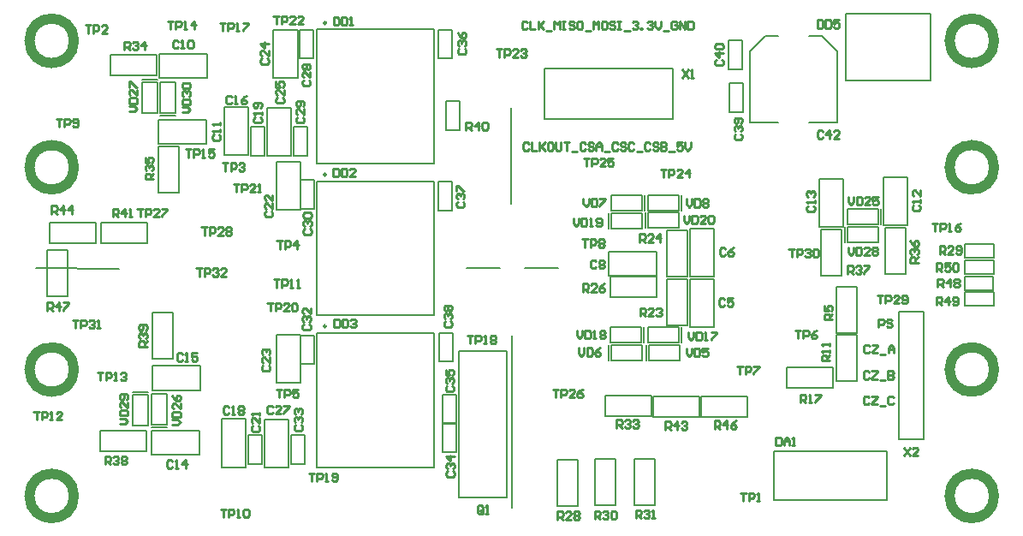
<source format=gbr>
%TF.GenerationSoftware,Altium Limited,Altium Designer,21.6.4 (81)*%
G04 Layer_Color=65535*
%FSLAX43Y43*%
%MOMM*%
%TF.SameCoordinates,F87848A5-9C76-4C60-8026-6C1C3CCCB256*%
%TF.FilePolarity,Positive*%
%TF.FileFunction,Legend,Top*%
%TF.Part,Single*%
G01*
G75*
%TA.AperFunction,NonConductor*%
%ADD27C,0.254*%
%ADD33C,1.000*%
%ADD34C,0.200*%
D27*
X30137Y19775D02*
G03*
X30137Y19775I-112J0D01*
G01*
Y49775D02*
G03*
X30137Y49775I-112J0D01*
G01*
Y34775D02*
G03*
X30137Y34775I-112J0D01*
G01*
X83845Y12712D02*
X83712Y12846D01*
X83445D01*
X83312Y12712D01*
Y12179D01*
X83445Y12046D01*
X83712D01*
X83845Y12179D01*
X84112Y12846D02*
X84645D01*
Y12712D01*
X84112Y12179D01*
Y12046D01*
X84645D01*
X84911Y11913D02*
X85445D01*
X86244Y12712D02*
X86111Y12846D01*
X85845D01*
X85711Y12712D01*
Y12179D01*
X85845Y12046D01*
X86111D01*
X86244Y12179D01*
X83845Y15224D02*
X83712Y15358D01*
X83445D01*
X83312Y15224D01*
Y14691D01*
X83445Y14558D01*
X83712D01*
X83845Y14691D01*
X84112Y15358D02*
X84645D01*
Y15224D01*
X84112Y14691D01*
Y14558D01*
X84645D01*
X84911Y14425D02*
X85445D01*
X85711Y15358D02*
Y14558D01*
X86111D01*
X86244Y14691D01*
Y14825D01*
X86111Y14958D01*
X85711D01*
X86111D01*
X86244Y15091D01*
Y15224D01*
X86111Y15358D01*
X85711D01*
X83871Y17801D02*
X83737Y17934D01*
X83471D01*
X83337Y17801D01*
Y17268D01*
X83471Y17134D01*
X83737D01*
X83871Y17268D01*
X84137Y17934D02*
X84670D01*
Y17801D01*
X84137Y17268D01*
Y17134D01*
X84670D01*
X84937Y17001D02*
X85470D01*
X85737Y17134D02*
Y17668D01*
X86003Y17934D01*
X86270Y17668D01*
Y17134D01*
Y17534D01*
X85737D01*
X84785Y19678D02*
Y20478D01*
X85185D01*
X85318Y20345D01*
Y20078D01*
X85185Y19945D01*
X84785D01*
X86118Y20345D02*
X85984Y20478D01*
X85718D01*
X85585Y20345D01*
Y20211D01*
X85718Y20078D01*
X85984D01*
X86118Y19945D01*
Y19811D01*
X85984Y19678D01*
X85718D01*
X85585Y19811D01*
X50037Y49819D02*
X49904Y49952D01*
X49637D01*
X49504Y49819D01*
Y49286D01*
X49637Y49152D01*
X49904D01*
X50037Y49286D01*
X50304Y49952D02*
Y49152D01*
X50837D01*
X51103Y49952D02*
Y49152D01*
Y49419D01*
X51637Y49952D01*
X51237Y49552D01*
X51637Y49152D01*
X51903Y49019D02*
X52436D01*
X52703Y49152D02*
Y49952D01*
X52970Y49685D01*
X53236Y49952D01*
Y49152D01*
X53503Y49952D02*
X53769D01*
X53636D01*
Y49152D01*
X53503D01*
X53769D01*
X54702Y49819D02*
X54569Y49952D01*
X54302D01*
X54169Y49819D01*
Y49685D01*
X54302Y49552D01*
X54569D01*
X54702Y49419D01*
Y49286D01*
X54569Y49152D01*
X54302D01*
X54169Y49286D01*
X55369Y49952D02*
X55102D01*
X54969Y49819D01*
Y49286D01*
X55102Y49152D01*
X55369D01*
X55502Y49286D01*
Y49819D01*
X55369Y49952D01*
X55769Y49019D02*
X56302D01*
X56568Y49152D02*
Y49952D01*
X56835Y49685D01*
X57102Y49952D01*
Y49152D01*
X57768Y49952D02*
X57501D01*
X57368Y49819D01*
Y49286D01*
X57501Y49152D01*
X57768D01*
X57901Y49286D01*
Y49819D01*
X57768Y49952D01*
X58701Y49819D02*
X58568Y49952D01*
X58301D01*
X58168Y49819D01*
Y49685D01*
X58301Y49552D01*
X58568D01*
X58701Y49419D01*
Y49286D01*
X58568Y49152D01*
X58301D01*
X58168Y49286D01*
X58968Y49952D02*
X59234D01*
X59101D01*
Y49152D01*
X58968D01*
X59234D01*
X59634Y49019D02*
X60167D01*
X60434Y49819D02*
X60567Y49952D01*
X60834D01*
X60967Y49819D01*
Y49685D01*
X60834Y49552D01*
X60700D01*
X60834D01*
X60967Y49419D01*
Y49286D01*
X60834Y49152D01*
X60567D01*
X60434Y49286D01*
X61234Y49152D02*
Y49286D01*
X61367D01*
Y49152D01*
X61234D01*
X61900Y49819D02*
X62033Y49952D01*
X62300D01*
X62433Y49819D01*
Y49685D01*
X62300Y49552D01*
X62167D01*
X62300D01*
X62433Y49419D01*
Y49286D01*
X62300Y49152D01*
X62033D01*
X61900Y49286D01*
X62700Y49952D02*
Y49419D01*
X62966Y49152D01*
X63233Y49419D01*
Y49952D01*
X63499Y49019D02*
X64033D01*
X64832Y49819D02*
X64699Y49952D01*
X64433D01*
X64299Y49819D01*
Y49286D01*
X64433Y49152D01*
X64699D01*
X64832Y49286D01*
Y49552D01*
X64566D01*
X65099Y49152D02*
Y49952D01*
X65632Y49152D01*
Y49952D01*
X65899D02*
Y49152D01*
X66299D01*
X66432Y49286D01*
Y49819D01*
X66299Y49952D01*
X65899D01*
X50187Y37839D02*
X50054Y37972D01*
X49787D01*
X49654Y37839D01*
Y37306D01*
X49787Y37172D01*
X50054D01*
X50187Y37306D01*
X50454Y37972D02*
Y37172D01*
X50987D01*
X51254Y37972D02*
Y37172D01*
Y37439D01*
X51787Y37972D01*
X51387Y37572D01*
X51787Y37172D01*
X52453Y37972D02*
X52187D01*
X52053Y37839D01*
Y37306D01*
X52187Y37172D01*
X52453D01*
X52586Y37306D01*
Y37839D01*
X52453Y37972D01*
X52853D02*
Y37306D01*
X52986Y37172D01*
X53253D01*
X53386Y37306D01*
Y37972D01*
X53653D02*
X54186D01*
X53919D01*
Y37172D01*
X54452Y37039D02*
X54986D01*
X55785Y37839D02*
X55652Y37972D01*
X55386D01*
X55252Y37839D01*
Y37306D01*
X55386Y37172D01*
X55652D01*
X55785Y37306D01*
X56585Y37839D02*
X56452Y37972D01*
X56185D01*
X56052Y37839D01*
Y37705D01*
X56185Y37572D01*
X56452D01*
X56585Y37439D01*
Y37306D01*
X56452Y37172D01*
X56185D01*
X56052Y37306D01*
X56852Y37172D02*
Y37705D01*
X57118Y37972D01*
X57385Y37705D01*
Y37172D01*
Y37572D01*
X56852D01*
X57651Y37039D02*
X58185D01*
X58984Y37839D02*
X58851Y37972D01*
X58584D01*
X58451Y37839D01*
Y37306D01*
X58584Y37172D01*
X58851D01*
X58984Y37306D01*
X59784Y37839D02*
X59651Y37972D01*
X59384D01*
X59251Y37839D01*
Y37705D01*
X59384Y37572D01*
X59651D01*
X59784Y37439D01*
Y37306D01*
X59651Y37172D01*
X59384D01*
X59251Y37306D01*
X60584Y37839D02*
X60451Y37972D01*
X60184D01*
X60051Y37839D01*
Y37306D01*
X60184Y37172D01*
X60451D01*
X60584Y37306D01*
X60850Y37039D02*
X61384D01*
X62183Y37839D02*
X62050Y37972D01*
X61783D01*
X61650Y37839D01*
Y37306D01*
X61783Y37172D01*
X62050D01*
X62183Y37306D01*
X62983Y37839D02*
X62850Y37972D01*
X62583D01*
X62450Y37839D01*
Y37705D01*
X62583Y37572D01*
X62850D01*
X62983Y37439D01*
Y37306D01*
X62850Y37172D01*
X62583D01*
X62450Y37306D01*
X63250Y37972D02*
Y37172D01*
X63650D01*
X63783Y37306D01*
Y37439D01*
X63650Y37572D01*
X63250D01*
X63650D01*
X63783Y37705D01*
Y37839D01*
X63650Y37972D01*
X63250D01*
X64049Y37039D02*
X64583D01*
X65382Y37972D02*
X64849D01*
Y37572D01*
X65116Y37705D01*
X65249D01*
X65382Y37572D01*
Y37306D01*
X65249Y37172D01*
X64982D01*
X64849Y37306D01*
X65649Y37972D02*
Y37439D01*
X65915Y37172D01*
X66182Y37439D01*
Y37972D01*
X90522Y25225D02*
Y26025D01*
X90921D01*
X91055Y25891D01*
Y25625D01*
X90921Y25492D01*
X90522D01*
X90788D02*
X91055Y25225D01*
X91854Y26025D02*
X91321D01*
Y25625D01*
X91588Y25758D01*
X91721D01*
X91854Y25625D01*
Y25358D01*
X91721Y25225D01*
X91455D01*
X91321Y25358D01*
X92121Y25891D02*
X92254Y26025D01*
X92521D01*
X92654Y25891D01*
Y25358D01*
X92521Y25225D01*
X92254D01*
X92121Y25358D01*
Y25891D01*
X90502Y21876D02*
Y22676D01*
X90902D01*
X91035Y22542D01*
Y22276D01*
X90902Y22143D01*
X90502D01*
X90769D02*
X91035Y21876D01*
X91702D02*
Y22676D01*
X91302Y22276D01*
X91835D01*
X92101Y22009D02*
X92235Y21876D01*
X92501D01*
X92635Y22009D01*
Y22542D01*
X92501Y22676D01*
X92235D01*
X92101Y22542D01*
Y22409D01*
X92235Y22276D01*
X92635D01*
X90630Y23661D02*
Y24461D01*
X91029D01*
X91163Y24328D01*
Y24061D01*
X91029Y23928D01*
X90630D01*
X90896D02*
X91163Y23661D01*
X91829D02*
Y24461D01*
X91429Y24061D01*
X91963D01*
X92229Y24328D02*
X92362Y24461D01*
X92629D01*
X92762Y24328D01*
Y24194D01*
X92629Y24061D01*
X92762Y23928D01*
Y23794D01*
X92629Y23661D01*
X92362D01*
X92229Y23794D01*
Y23928D01*
X92362Y24061D01*
X92229Y24194D01*
Y24328D01*
X92362Y24061D02*
X92629D01*
X2566Y21317D02*
Y22117D01*
X2966D01*
X3099Y21984D01*
Y21717D01*
X2966Y21584D01*
X2566D01*
X2832D02*
X3099Y21317D01*
X3765D02*
Y22117D01*
X3366Y21717D01*
X3899D01*
X4165Y22117D02*
X4699D01*
Y21984D01*
X4165Y21450D01*
Y21317D01*
X68555Y9632D02*
Y10431D01*
X68955D01*
X69088Y10298D01*
Y10031D01*
X68955Y9898D01*
X68555D01*
X68822D02*
X69088Y9632D01*
X69755D02*
Y10431D01*
X69355Y10031D01*
X69888D01*
X70688Y10431D02*
X70421Y10298D01*
X70155Y10031D01*
Y9765D01*
X70288Y9632D01*
X70554D01*
X70688Y9765D01*
Y9898D01*
X70554Y10031D01*
X70155D01*
X2990Y30877D02*
Y31677D01*
X3389D01*
X3523Y31543D01*
Y31277D01*
X3389Y31143D01*
X2990D01*
X3256D02*
X3523Y30877D01*
X4189D02*
Y31677D01*
X3789Y31277D01*
X4323D01*
X4989Y30877D02*
Y31677D01*
X4589Y31277D01*
X5122D01*
X63701Y9555D02*
Y10355D01*
X64101D01*
X64234Y10222D01*
Y9955D01*
X64101Y9822D01*
X63701D01*
X63968D02*
X64234Y9555D01*
X64901D02*
Y10355D01*
X64501Y9955D01*
X65034D01*
X65301Y10222D02*
X65434Y10355D01*
X65700D01*
X65834Y10222D01*
Y10089D01*
X65700Y9955D01*
X65567D01*
X65700D01*
X65834Y9822D01*
Y9689D01*
X65700Y9555D01*
X65434D01*
X65301Y9689D01*
X9058Y30588D02*
Y31388D01*
X9458D01*
X9591Y31255D01*
Y30988D01*
X9458Y30855D01*
X9058D01*
X9324D02*
X9591Y30588D01*
X10257D02*
Y31388D01*
X9858Y30988D01*
X10391D01*
X10657Y30588D02*
X10924D01*
X10791D01*
Y31388D01*
X10657Y31255D01*
X58878Y9742D02*
Y10542D01*
X59278D01*
X59412Y10409D01*
Y10142D01*
X59278Y10009D01*
X58878D01*
X59145D02*
X59412Y9742D01*
X59678Y10409D02*
X59811Y10542D01*
X60078D01*
X60211Y10409D01*
Y10276D01*
X60078Y10142D01*
X59945D01*
X60078D01*
X60211Y10009D01*
Y9876D01*
X60078Y9742D01*
X59811D01*
X59678Y9876D01*
X60478Y10409D02*
X60611Y10542D01*
X60878D01*
X61011Y10409D01*
Y10276D01*
X60878Y10142D01*
X60744D01*
X60878D01*
X61011Y10009D01*
Y9876D01*
X60878Y9742D01*
X60611D01*
X60478Y9876D01*
X60763Y800D02*
Y1600D01*
X61163D01*
X61296Y1466D01*
Y1200D01*
X61163Y1066D01*
X60763D01*
X61030D02*
X61296Y800D01*
X61563Y1466D02*
X61696Y1600D01*
X61963D01*
X62096Y1466D01*
Y1333D01*
X61963Y1200D01*
X61829D01*
X61963D01*
X62096Y1066D01*
Y933D01*
X61963Y800D01*
X61696D01*
X61563Y933D01*
X62363Y800D02*
X62629D01*
X62496D01*
Y1600D01*
X62363Y1466D01*
X56701Y720D02*
Y1519D01*
X57101D01*
X57234Y1386D01*
Y1119D01*
X57101Y986D01*
X56701D01*
X56968D02*
X57234Y720D01*
X57501Y1386D02*
X57634Y1519D01*
X57901D01*
X58034Y1386D01*
Y1253D01*
X57901Y1119D01*
X57768D01*
X57901D01*
X58034Y986D01*
Y853D01*
X57901Y720D01*
X57634D01*
X57501Y853D01*
X58301Y1386D02*
X58434Y1519D01*
X58701D01*
X58834Y1386D01*
Y853D01*
X58701Y720D01*
X58434D01*
X58301Y853D01*
Y1386D01*
X79274Y39002D02*
X79140Y39135D01*
X78874D01*
X78740Y39002D01*
Y38468D01*
X78874Y38335D01*
X79140D01*
X79274Y38468D01*
X79940Y38335D02*
Y39135D01*
X79540Y38735D01*
X80073D01*
X80873Y38335D02*
X80340D01*
X80873Y38868D01*
Y39002D01*
X80740Y39135D01*
X80473D01*
X80340Y39002D01*
X87334Y7800D02*
X87867Y7000D01*
Y7800D02*
X87334Y7000D01*
X88666D02*
X88133D01*
X88666Y7533D01*
Y7667D01*
X88533Y7800D01*
X88267D01*
X88133Y7667D01*
X90830Y26908D02*
Y27708D01*
X91230D01*
X91363Y27575D01*
Y27308D01*
X91230Y27175D01*
X90830D01*
X91096D02*
X91363Y26908D01*
X92163D02*
X91630D01*
X92163Y27441D01*
Y27575D01*
X92029Y27708D01*
X91763D01*
X91630Y27575D01*
X92429Y27042D02*
X92563Y26908D01*
X92829D01*
X92963Y27042D01*
Y27575D01*
X92829Y27708D01*
X92563D01*
X92429Y27575D01*
Y27441D01*
X92563Y27308D01*
X92963D01*
X53036Y667D02*
Y1467D01*
X53436D01*
X53569Y1333D01*
Y1067D01*
X53436Y934D01*
X53036D01*
X53302D02*
X53569Y667D01*
X54369D02*
X53835D01*
X54369Y1200D01*
Y1333D01*
X54235Y1467D01*
X53969D01*
X53835Y1333D01*
X54635D02*
X54768Y1467D01*
X55035D01*
X55168Y1333D01*
Y1200D01*
X55035Y1067D01*
X55168Y934D01*
Y800D01*
X55035Y667D01*
X54768D01*
X54635Y800D01*
Y934D01*
X54768Y1067D01*
X54635Y1200D01*
Y1333D01*
X54768Y1067D02*
X55035D01*
X74622Y8797D02*
Y7997D01*
X75022D01*
X75155Y8130D01*
Y8663D01*
X75022Y8797D01*
X74622D01*
X75422Y7997D02*
Y8530D01*
X75688Y8797D01*
X75955Y8530D01*
Y7997D01*
Y8397D01*
X75422D01*
X76221Y7997D02*
X76488D01*
X76355D01*
Y8797D01*
X76221Y8663D01*
X65405Y45152D02*
X65938Y44352D01*
Y45152D02*
X65405Y44352D01*
X66205D02*
X66472D01*
X66338D01*
Y45152D01*
X66205Y45019D01*
X17320Y25531D02*
X17853D01*
X17587D01*
Y24732D01*
X18120D02*
Y25531D01*
X18520D01*
X18653Y25398D01*
Y25131D01*
X18520Y24998D01*
X18120D01*
X18919Y25398D02*
X19053Y25531D01*
X19319D01*
X19453Y25398D01*
Y25265D01*
X19319Y25131D01*
X19186D01*
X19319D01*
X19453Y24998D01*
Y24865D01*
X19319Y24732D01*
X19053D01*
X18919Y24865D01*
X20252Y24732D02*
X19719D01*
X20252Y25265D01*
Y25398D01*
X20119Y25531D01*
X19852D01*
X19719Y25398D01*
X5088Y20383D02*
X5621D01*
X5354D01*
Y19583D01*
X5888D02*
Y20383D01*
X6288D01*
X6421Y20250D01*
Y19983D01*
X6288Y19850D01*
X5888D01*
X6687Y20250D02*
X6821Y20383D01*
X7087D01*
X7221Y20250D01*
Y20117D01*
X7087Y19983D01*
X6954D01*
X7087D01*
X7221Y19850D01*
Y19717D01*
X7087Y19583D01*
X6821D01*
X6687Y19717D01*
X7487Y19583D02*
X7754D01*
X7620D01*
Y20383D01*
X7487Y20250D01*
X75902Y27425D02*
X76435D01*
X76169D01*
Y26626D01*
X76702D02*
Y27425D01*
X77102D01*
X77235Y27292D01*
Y27026D01*
X77102Y26892D01*
X76702D01*
X77502Y27292D02*
X77635Y27425D01*
X77902D01*
X78035Y27292D01*
Y27159D01*
X77902Y27026D01*
X77768D01*
X77902D01*
X78035Y26892D01*
Y26759D01*
X77902Y26626D01*
X77635D01*
X77502Y26759D01*
X78301Y27292D02*
X78435Y27425D01*
X78701D01*
X78835Y27292D01*
Y26759D01*
X78701Y26626D01*
X78435D01*
X78301Y26759D01*
Y27292D01*
X84676Y22829D02*
X85209D01*
X84942D01*
Y22030D01*
X85476D02*
Y22829D01*
X85875D01*
X86009Y22696D01*
Y22429D01*
X85875Y22296D01*
X85476D01*
X86808Y22030D02*
X86275D01*
X86808Y22563D01*
Y22696D01*
X86675Y22829D01*
X86409D01*
X86275Y22696D01*
X87075Y22163D02*
X87208Y22030D01*
X87475D01*
X87608Y22163D01*
Y22696D01*
X87475Y22829D01*
X87208D01*
X87075Y22696D01*
Y22563D01*
X87208Y22429D01*
X87608D01*
X17825Y29561D02*
X18359D01*
X18092D01*
Y28761D01*
X18625D02*
Y29561D01*
X19025D01*
X19158Y29427D01*
Y29161D01*
X19025Y29027D01*
X18625D01*
X19958Y28761D02*
X19425D01*
X19958Y29294D01*
Y29427D01*
X19825Y29561D01*
X19558D01*
X19425Y29427D01*
X20225D02*
X20358Y29561D01*
X20625D01*
X20758Y29427D01*
Y29294D01*
X20625Y29161D01*
X20758Y29027D01*
Y28894D01*
X20625Y28761D01*
X20358D01*
X20225Y28894D01*
Y29027D01*
X20358Y29161D01*
X20225Y29294D01*
Y29427D01*
X20358Y29161D02*
X20625D01*
X11476Y31388D02*
X12009D01*
X11742D01*
Y30588D01*
X12276D02*
Y31388D01*
X12675D01*
X12809Y31255D01*
Y30988D01*
X12675Y30855D01*
X12276D01*
X13608Y30588D02*
X13075D01*
X13608Y31121D01*
Y31255D01*
X13475Y31388D01*
X13209D01*
X13075Y31255D01*
X13875Y31388D02*
X14408D01*
Y31255D01*
X13875Y30721D01*
Y30588D01*
X52579Y13535D02*
X53112D01*
X52845D01*
Y12735D01*
X53378D02*
Y13535D01*
X53778D01*
X53912Y13402D01*
Y13135D01*
X53778Y13002D01*
X53378D01*
X54711Y12735D02*
X54178D01*
X54711Y13269D01*
Y13402D01*
X54578Y13535D01*
X54311D01*
X54178Y13402D01*
X55511Y13535D02*
X55244Y13402D01*
X54978Y13135D01*
Y12869D01*
X55111Y12735D01*
X55378D01*
X55511Y12869D01*
Y13002D01*
X55378Y13135D01*
X54978D01*
X55616Y36383D02*
X56149D01*
X55882D01*
Y35583D01*
X56415D02*
Y36383D01*
X56815D01*
X56949Y36249D01*
Y35983D01*
X56815Y35849D01*
X56415D01*
X57748Y35583D02*
X57215D01*
X57748Y36116D01*
Y36249D01*
X57615Y36383D01*
X57348D01*
X57215Y36249D01*
X58548Y36383D02*
X58015D01*
Y35983D01*
X58281Y36116D01*
X58415D01*
X58548Y35983D01*
Y35716D01*
X58415Y35583D01*
X58148D01*
X58015Y35716D01*
X63230Y35317D02*
X63763D01*
X63497D01*
Y34517D01*
X64030D02*
Y35317D01*
X64430D01*
X64563Y35183D01*
Y34917D01*
X64430Y34784D01*
X64030D01*
X65363Y34517D02*
X64829D01*
X65363Y35050D01*
Y35183D01*
X65229Y35317D01*
X64963D01*
X64829Y35183D01*
X66029Y34517D02*
Y35317D01*
X65629Y34917D01*
X66162D01*
X46991Y47187D02*
X47524D01*
X47258D01*
Y46387D01*
X47791D02*
Y47187D01*
X48191D01*
X48324Y47053D01*
Y46787D01*
X48191Y46654D01*
X47791D01*
X49124Y46387D02*
X48591D01*
X49124Y46920D01*
Y47053D01*
X48991Y47187D01*
X48724D01*
X48591Y47053D01*
X49391D02*
X49524Y47187D01*
X49790D01*
X49924Y47053D01*
Y46920D01*
X49790Y46787D01*
X49657D01*
X49790D01*
X49924Y46654D01*
Y46520D01*
X49790Y46387D01*
X49524D01*
X49391Y46520D01*
X24933Y50438D02*
X25466D01*
X25200D01*
Y49638D01*
X25733D02*
Y50438D01*
X26133D01*
X26266Y50305D01*
Y50038D01*
X26133Y49905D01*
X25733D01*
X27066Y49638D02*
X26533D01*
X27066Y50171D01*
Y50305D01*
X26933Y50438D01*
X26666D01*
X26533Y50305D01*
X27866Y49638D02*
X27333D01*
X27866Y50171D01*
Y50305D01*
X27732Y50438D01*
X27466D01*
X27333Y50305D01*
X20994Y33839D02*
X21527D01*
X21260D01*
Y33040D01*
X21793D02*
Y33839D01*
X22193D01*
X22327Y33706D01*
Y33440D01*
X22193Y33306D01*
X21793D01*
X23126Y33040D02*
X22593D01*
X23126Y33573D01*
Y33706D01*
X22993Y33839D01*
X22726D01*
X22593Y33706D01*
X23393Y33040D02*
X23660D01*
X23526D01*
Y33839D01*
X23393Y33706D01*
X24336Y22066D02*
X24869D01*
X24603D01*
Y21266D01*
X25136D02*
Y22066D01*
X25536D01*
X25669Y21933D01*
Y21666D01*
X25536Y21533D01*
X25136D01*
X26469Y21266D02*
X25936D01*
X26469Y21799D01*
Y21933D01*
X26336Y22066D01*
X26069D01*
X25936Y21933D01*
X26735D02*
X26869Y22066D01*
X27135D01*
X27269Y21933D01*
Y21400D01*
X27135Y21266D01*
X26869D01*
X26735Y21400D01*
Y21933D01*
X28445Y5251D02*
X28979D01*
X28712D01*
Y4452D01*
X29245D02*
Y5251D01*
X29645D01*
X29778Y5118D01*
Y4851D01*
X29645Y4718D01*
X29245D01*
X30045Y4452D02*
X30312D01*
X30178D01*
Y5251D01*
X30045Y5118D01*
X30711Y4585D02*
X30845Y4452D01*
X31111D01*
X31245Y4585D01*
Y5118D01*
X31111Y5251D01*
X30845D01*
X30711Y5118D01*
Y4985D01*
X30845Y4851D01*
X31245D01*
X44121Y18862D02*
X44654D01*
X44388D01*
Y18062D01*
X44921D02*
Y18862D01*
X45321D01*
X45454Y18728D01*
Y18462D01*
X45321Y18329D01*
X44921D01*
X45721Y18062D02*
X45987D01*
X45854D01*
Y18862D01*
X45721Y18728D01*
X46387D02*
X46520Y18862D01*
X46787D01*
X46920Y18728D01*
Y18595D01*
X46787Y18462D01*
X46920Y18329D01*
Y18195D01*
X46787Y18062D01*
X46520D01*
X46387Y18195D01*
Y18329D01*
X46520Y18462D01*
X46387Y18595D01*
Y18728D01*
X46520Y18462D02*
X46787D01*
X19632Y49777D02*
X20165D01*
X19898D01*
Y48978D01*
X20431D02*
Y49777D01*
X20831D01*
X20965Y49644D01*
Y49378D01*
X20831Y49244D01*
X20431D01*
X21231Y48978D02*
X21498D01*
X21364D01*
Y49777D01*
X21231Y49644D01*
X21898Y49777D02*
X22431D01*
Y49644D01*
X21898Y49111D01*
Y48978D01*
X90090Y29973D02*
X90623D01*
X90357D01*
Y29174D01*
X90890D02*
Y29973D01*
X91290D01*
X91423Y29840D01*
Y29573D01*
X91290Y29440D01*
X90890D01*
X91690Y29174D02*
X91956D01*
X91823D01*
Y29973D01*
X91690Y29840D01*
X92889Y29973D02*
X92623Y29840D01*
X92356Y29573D01*
Y29307D01*
X92489Y29174D01*
X92756D01*
X92889Y29307D01*
Y29440D01*
X92756Y29573D01*
X92356D01*
X16263Y37294D02*
X16796D01*
X16530D01*
Y36495D01*
X17063D02*
Y37294D01*
X17463D01*
X17596Y37161D01*
Y36894D01*
X17463Y36761D01*
X17063D01*
X17863Y36495D02*
X18129D01*
X17996D01*
Y37294D01*
X17863Y37161D01*
X19062Y37294D02*
X18529D01*
Y36894D01*
X18796Y37028D01*
X18929D01*
X19062Y36894D01*
Y36628D01*
X18929Y36495D01*
X18662D01*
X18529Y36628D01*
X14478Y49947D02*
X15012D01*
X14745D01*
Y49147D01*
X15278D02*
Y49947D01*
X15678D01*
X15811Y49814D01*
Y49547D01*
X15678Y49414D01*
X15278D01*
X16078Y49147D02*
X16345D01*
X16211D01*
Y49947D01*
X16078Y49814D01*
X17144Y49147D02*
Y49947D01*
X16744Y49547D01*
X17278D01*
X7548Y15205D02*
X8082D01*
X7815D01*
Y14405D01*
X8348D02*
Y15205D01*
X8748D01*
X8881Y15072D01*
Y14805D01*
X8748Y14672D01*
X8348D01*
X9148Y14405D02*
X9414D01*
X9281D01*
Y15205D01*
X9148Y15072D01*
X9814D02*
X9948Y15205D01*
X10214D01*
X10347Y15072D01*
Y14939D01*
X10214Y14805D01*
X10081D01*
X10214D01*
X10347Y14672D01*
Y14539D01*
X10214Y14405D01*
X9948D01*
X9814Y14539D01*
X1223Y11321D02*
X1756D01*
X1489D01*
Y10521D01*
X2023D02*
Y11321D01*
X2422D01*
X2556Y11187D01*
Y10921D01*
X2422Y10787D01*
X2023D01*
X2822Y10521D02*
X3089D01*
X2956D01*
Y11321D01*
X2822Y11187D01*
X4022Y10521D02*
X3489D01*
X4022Y11054D01*
Y11187D01*
X3889Y11321D01*
X3622D01*
X3489Y11187D01*
X24972Y24403D02*
X25505D01*
X25239D01*
Y23603D01*
X25772D02*
Y24403D01*
X26172D01*
X26305Y24270D01*
Y24003D01*
X26172Y23870D01*
X25772D01*
X26571Y23603D02*
X26838D01*
X26705D01*
Y24403D01*
X26571Y24270D01*
X27238Y23603D02*
X27504D01*
X27371D01*
Y24403D01*
X27238Y24270D01*
X19708Y1695D02*
X20241D01*
X19974D01*
Y896D01*
X20508D02*
Y1695D01*
X20907D01*
X21041Y1562D01*
Y1295D01*
X20907Y1162D01*
X20508D01*
X21307Y896D02*
X21574D01*
X21441D01*
Y1695D01*
X21307Y1562D01*
X21974D02*
X22107Y1695D01*
X22374D01*
X22507Y1562D01*
Y1029D01*
X22374Y896D01*
X22107D01*
X21974Y1029D01*
Y1562D01*
X3480Y40296D02*
X4013D01*
X3747D01*
Y39497D01*
X4280D02*
Y40296D01*
X4680D01*
X4813Y40163D01*
Y39896D01*
X4680Y39763D01*
X4280D01*
X5080Y39630D02*
X5213Y39497D01*
X5480D01*
X5613Y39630D01*
Y40163D01*
X5480Y40296D01*
X5213D01*
X5080Y40163D01*
Y40030D01*
X5213Y39896D01*
X5613D01*
X55490Y28376D02*
X56023D01*
X55756D01*
Y27576D01*
X56290D02*
Y28376D01*
X56689D01*
X56823Y28243D01*
Y27976D01*
X56689Y27843D01*
X56290D01*
X57089Y28243D02*
X57223Y28376D01*
X57489D01*
X57622Y28243D01*
Y28109D01*
X57489Y27976D01*
X57622Y27843D01*
Y27710D01*
X57489Y27576D01*
X57223D01*
X57089Y27710D01*
Y27843D01*
X57223Y27976D01*
X57089Y28109D01*
Y28243D01*
X57223Y27976D02*
X57489D01*
X70816Y15843D02*
X71349D01*
X71082D01*
Y15043D01*
X71615D02*
Y15843D01*
X72015D01*
X72149Y15710D01*
Y15443D01*
X72015Y15310D01*
X71615D01*
X72415Y15843D02*
X72948D01*
Y15710D01*
X72415Y15177D01*
Y15043D01*
X76531Y19374D02*
X77064D01*
X76797D01*
Y18574D01*
X77330D02*
Y19374D01*
X77730D01*
X77864Y19240D01*
Y18974D01*
X77730Y18841D01*
X77330D01*
X78663Y19374D02*
X78397Y19240D01*
X78130Y18974D01*
Y18707D01*
X78263Y18574D01*
X78530D01*
X78663Y18707D01*
Y18841D01*
X78530Y18974D01*
X78130D01*
X25241Y13521D02*
X25774D01*
X25507D01*
Y12721D01*
X26040D02*
Y13521D01*
X26440D01*
X26574Y13387D01*
Y13121D01*
X26440Y12988D01*
X26040D01*
X27373Y13521D02*
X26840D01*
Y13121D01*
X27107Y13254D01*
X27240D01*
X27373Y13121D01*
Y12854D01*
X27240Y12721D01*
X26973D01*
X26840Y12854D01*
X25272Y28213D02*
X25805D01*
X25539D01*
Y27413D01*
X26072D02*
Y28213D01*
X26472D01*
X26605Y28080D01*
Y27813D01*
X26472Y27680D01*
X26072D01*
X27272Y27413D02*
Y28213D01*
X26872Y27813D01*
X27405D01*
X19910Y35919D02*
X20443D01*
X20177D01*
Y35119D01*
X20710D02*
Y35919D01*
X21110D01*
X21243Y35786D01*
Y35519D01*
X21110Y35386D01*
X20710D01*
X21510Y35786D02*
X21643Y35919D01*
X21910D01*
X22043Y35786D01*
Y35653D01*
X21910Y35519D01*
X21776D01*
X21910D01*
X22043Y35386D01*
Y35253D01*
X21910Y35119D01*
X21643D01*
X21510Y35253D01*
X6325Y49552D02*
X6858D01*
X6592D01*
Y48752D01*
X7125D02*
Y49552D01*
X7525D01*
X7658Y49419D01*
Y49152D01*
X7525Y49019D01*
X7125D01*
X8458Y48752D02*
X7925D01*
X8458Y49285D01*
Y49419D01*
X8324Y49552D01*
X8058D01*
X7925Y49419D01*
X71147Y3297D02*
X71680D01*
X71414D01*
Y2497D01*
X71947D02*
Y3297D01*
X72347D01*
X72480Y3164D01*
Y2897D01*
X72347Y2764D01*
X71947D01*
X72747Y2497D02*
X73013D01*
X72880D01*
Y3297D01*
X72747Y3164D01*
X78740Y50071D02*
Y49271D01*
X79140D01*
X79274Y49404D01*
Y49938D01*
X79140Y50071D01*
X78740D01*
X79540D02*
Y49271D01*
X79940D01*
X80073Y49404D01*
Y49938D01*
X79940Y50071D01*
X79540D01*
X80873D02*
X80340D01*
Y49671D01*
X80607Y49804D01*
X80740D01*
X80873Y49671D01*
Y49404D01*
X80740Y49271D01*
X80473D01*
X80340Y49404D01*
X68745Y46127D02*
X68612Y45993D01*
Y45727D01*
X68745Y45593D01*
X69278D01*
X69412Y45727D01*
Y45993D01*
X69278Y46127D01*
X69412Y46793D02*
X68612D01*
X69012Y46393D01*
Y46926D01*
X68745Y47193D02*
X68612Y47326D01*
Y47593D01*
X68745Y47726D01*
X69278D01*
X69412Y47593D01*
Y47326D01*
X69278Y47193D01*
X68745D01*
X70625Y38786D02*
X70492Y38653D01*
Y38386D01*
X70625Y38253D01*
X71158D01*
X71291Y38386D01*
Y38653D01*
X71158Y38786D01*
X70625Y39053D02*
X70492Y39186D01*
Y39452D01*
X70625Y39586D01*
X70758D01*
X70891Y39452D01*
Y39319D01*
Y39452D01*
X71025Y39586D01*
X71158D01*
X71291Y39452D01*
Y39186D01*
X71158Y39053D01*
Y39852D02*
X71291Y39986D01*
Y40252D01*
X71158Y40386D01*
X70625D01*
X70492Y40252D01*
Y39986D01*
X70625Y39852D01*
X70758D01*
X70891Y39986D01*
Y40386D01*
X41923Y20254D02*
X41790Y20121D01*
Y19854D01*
X41923Y19721D01*
X42456D01*
X42590Y19854D01*
Y20121D01*
X42456Y20254D01*
X41923Y20521D02*
X41790Y20654D01*
Y20921D01*
X41923Y21054D01*
X42056D01*
X42190Y20921D01*
Y20787D01*
Y20921D01*
X42323Y21054D01*
X42456D01*
X42590Y20921D01*
Y20654D01*
X42456Y20521D01*
X41923Y21321D02*
X41790Y21454D01*
Y21721D01*
X41923Y21854D01*
X42056D01*
X42190Y21721D01*
X42323Y21854D01*
X42456D01*
X42590Y21721D01*
Y21454D01*
X42456Y21321D01*
X42323D01*
X42190Y21454D01*
X42056Y21321D01*
X41923D01*
X42190Y21454D02*
Y21721D01*
X43148Y32088D02*
X43015Y31955D01*
Y31688D01*
X43148Y31555D01*
X43681D01*
X43815Y31688D01*
Y31955D01*
X43681Y32088D01*
X43148Y32355D02*
X43015Y32488D01*
Y32755D01*
X43148Y32888D01*
X43281D01*
X43415Y32755D01*
Y32621D01*
Y32755D01*
X43548Y32888D01*
X43681D01*
X43815Y32755D01*
Y32488D01*
X43681Y32355D01*
X43015Y33154D02*
Y33688D01*
X43148D01*
X43681Y33154D01*
X43815D01*
X43300Y47221D02*
X43167Y47088D01*
Y46821D01*
X43300Y46688D01*
X43834D01*
X43967Y46821D01*
Y47088D01*
X43834Y47221D01*
X43300Y47487D02*
X43167Y47621D01*
Y47887D01*
X43300Y48021D01*
X43434D01*
X43567Y47887D01*
Y47754D01*
Y47887D01*
X43700Y48021D01*
X43834D01*
X43967Y47887D01*
Y47621D01*
X43834Y47487D01*
X43167Y48820D02*
X43300Y48554D01*
X43567Y48287D01*
X43834D01*
X43967Y48420D01*
Y48687D01*
X43834Y48820D01*
X43700D01*
X43567Y48687D01*
Y48287D01*
X15908Y40908D02*
X16441D01*
X16708Y41175D01*
X16441Y41441D01*
X15908D01*
Y41708D02*
X16708D01*
Y42108D01*
X16575Y42241D01*
X16041D01*
X15908Y42108D01*
Y41708D01*
X16041Y42508D02*
X15908Y42641D01*
Y42907D01*
X16041Y43041D01*
X16175D01*
X16308Y42907D01*
Y42774D01*
Y42907D01*
X16441Y43041D01*
X16575D01*
X16708Y42907D01*
Y42641D01*
X16575Y42508D01*
X16041Y43307D02*
X15908Y43441D01*
Y43707D01*
X16041Y43840D01*
X16575D01*
X16708Y43707D01*
Y43441D01*
X16575Y43307D01*
X16041D01*
X9735Y10142D02*
X10268D01*
X10534Y10408D01*
X10268Y10675D01*
X9735D01*
Y10941D02*
X10534D01*
Y11341D01*
X10401Y11475D01*
X9868D01*
X9735Y11341D01*
Y10941D01*
X10534Y12274D02*
Y11741D01*
X10001Y12274D01*
X9868D01*
X9735Y12141D01*
Y11874D01*
X9868Y11741D01*
X10401Y12541D02*
X10534Y12674D01*
Y12941D01*
X10401Y13074D01*
X9868D01*
X9735Y12941D01*
Y12674D01*
X9868Y12541D01*
X10001D01*
X10135Y12674D01*
Y13074D01*
X81754Y27603D02*
Y27070D01*
X82020Y26804D01*
X82287Y27070D01*
Y27603D01*
X82554D02*
Y26804D01*
X82953D01*
X83087Y26937D01*
Y27470D01*
X82953Y27603D01*
X82554D01*
X83886Y26804D02*
X83353D01*
X83886Y27337D01*
Y27470D01*
X83753Y27603D01*
X83487D01*
X83353Y27470D01*
X84153D02*
X84286Y27603D01*
X84553D01*
X84686Y27470D01*
Y27337D01*
X84553Y27204D01*
X84686Y27070D01*
Y26937D01*
X84553Y26804D01*
X84286D01*
X84153Y26937D01*
Y27070D01*
X84286Y27204D01*
X84153Y27337D01*
Y27470D01*
X84286Y27204D02*
X84553D01*
X10667Y41024D02*
X11200D01*
X11466Y41291D01*
X11200Y41557D01*
X10667D01*
Y41824D02*
X11466D01*
Y42224D01*
X11333Y42357D01*
X10800D01*
X10667Y42224D01*
Y41824D01*
X11466Y43157D02*
Y42624D01*
X10933Y43157D01*
X10800D01*
X10667Y43023D01*
Y42757D01*
X10800Y42624D01*
X10667Y43423D02*
Y43957D01*
X10800D01*
X11333Y43423D01*
X11466D01*
X14913Y10022D02*
X15446D01*
X15713Y10288D01*
X15446Y10555D01*
X14913D01*
Y10822D02*
X15713D01*
Y11221D01*
X15580Y11355D01*
X15046D01*
X14913Y11221D01*
Y10822D01*
X15713Y12154D02*
Y11621D01*
X15180Y12154D01*
X15046D01*
X14913Y12021D01*
Y11755D01*
X15046Y11621D01*
X14913Y12954D02*
X15046Y12688D01*
X15313Y12421D01*
X15580D01*
X15713Y12554D01*
Y12821D01*
X15580Y12954D01*
X15446D01*
X15313Y12821D01*
Y12421D01*
X81802Y32582D02*
Y32049D01*
X82068Y31782D01*
X82335Y32049D01*
Y32582D01*
X82602D02*
Y31782D01*
X83001D01*
X83135Y31915D01*
Y32448D01*
X83001Y32582D01*
X82602D01*
X83935Y31782D02*
X83401D01*
X83935Y32315D01*
Y32448D01*
X83801Y32582D01*
X83535D01*
X83401Y32448D01*
X84734Y32582D02*
X84201D01*
Y32182D01*
X84468Y32315D01*
X84601D01*
X84734Y32182D01*
Y31915D01*
X84601Y31782D01*
X84334D01*
X84201Y31915D01*
X65529Y30738D02*
Y30205D01*
X65796Y29939D01*
X66062Y30205D01*
Y30738D01*
X66329D02*
Y29939D01*
X66729D01*
X66862Y30072D01*
Y30605D01*
X66729Y30738D01*
X66329D01*
X67662Y29939D02*
X67129D01*
X67662Y30472D01*
Y30605D01*
X67529Y30738D01*
X67262D01*
X67129Y30605D01*
X67929D02*
X68062Y30738D01*
X68328D01*
X68462Y30605D01*
Y30072D01*
X68328Y29939D01*
X68062D01*
X67929Y30072D01*
Y30605D01*
X54584Y30467D02*
Y29934D01*
X54850Y29667D01*
X55117Y29934D01*
Y30467D01*
X55383D02*
Y29667D01*
X55783D01*
X55916Y29801D01*
Y30334D01*
X55783Y30467D01*
X55383D01*
X56183Y29667D02*
X56450D01*
X56316D01*
Y30467D01*
X56183Y30334D01*
X56850Y29801D02*
X56983Y29667D01*
X57249D01*
X57383Y29801D01*
Y30334D01*
X57249Y30467D01*
X56983D01*
X56850Y30334D01*
Y30201D01*
X56983Y30067D01*
X57383D01*
X54953Y19359D02*
Y18826D01*
X55220Y18559D01*
X55487Y18826D01*
Y19359D01*
X55753D02*
Y18559D01*
X56153D01*
X56286Y18693D01*
Y19226D01*
X56153Y19359D01*
X55753D01*
X56553Y18559D02*
X56819D01*
X56686D01*
Y19359D01*
X56553Y19226D01*
X57219D02*
X57353Y19359D01*
X57619D01*
X57752Y19226D01*
Y19092D01*
X57619Y18959D01*
X57752Y18826D01*
Y18693D01*
X57619Y18559D01*
X57353D01*
X57219Y18693D01*
Y18826D01*
X57353Y18959D01*
X57219Y19092D01*
Y19226D01*
X57353Y18959D02*
X57619D01*
X65941Y19209D02*
Y18676D01*
X66208Y18409D01*
X66474Y18676D01*
Y19209D01*
X66741D02*
Y18409D01*
X67141D01*
X67274Y18542D01*
Y19075D01*
X67141Y19209D01*
X66741D01*
X67541Y18409D02*
X67807D01*
X67674D01*
Y19209D01*
X67541Y19075D01*
X68207Y19209D02*
X68740D01*
Y19075D01*
X68207Y18542D01*
Y18409D01*
X65794Y32383D02*
Y31850D01*
X66060Y31583D01*
X66327Y31850D01*
Y32383D01*
X66593D02*
Y31583D01*
X66993D01*
X67127Y31716D01*
Y32249D01*
X66993Y32383D01*
X66593D01*
X67393Y32249D02*
X67526Y32383D01*
X67793D01*
X67926Y32249D01*
Y32116D01*
X67793Y31983D01*
X67926Y31850D01*
Y31716D01*
X67793Y31583D01*
X67526D01*
X67393Y31716D01*
Y31850D01*
X67526Y31983D01*
X67393Y32116D01*
Y32249D01*
X67526Y31983D02*
X67793D01*
X55588Y32408D02*
Y31875D01*
X55855Y31608D01*
X56122Y31875D01*
Y32408D01*
X56388D02*
Y31608D01*
X56788D01*
X56921Y31742D01*
Y32275D01*
X56788Y32408D01*
X56388D01*
X57188D02*
X57721D01*
Y32275D01*
X57188Y31742D01*
Y31608D01*
X55134Y17641D02*
Y17108D01*
X55401Y16842D01*
X55667Y17108D01*
Y17641D01*
X55934D02*
Y16842D01*
X56334D01*
X56467Y16975D01*
Y17508D01*
X56334Y17641D01*
X55934D01*
X57267D02*
X57000Y17508D01*
X56734Y17241D01*
Y16975D01*
X56867Y16842D01*
X57134D01*
X57267Y16975D01*
Y17108D01*
X57134Y17241D01*
X56734D01*
X65751Y17606D02*
Y17073D01*
X66018Y16807D01*
X66285Y17073D01*
Y17606D01*
X66551D02*
Y16807D01*
X66951D01*
X67084Y16940D01*
Y17473D01*
X66951Y17606D01*
X66551D01*
X67884D02*
X67351D01*
Y17207D01*
X67617Y17340D01*
X67751D01*
X67884Y17207D01*
Y16940D01*
X67751Y16807D01*
X67484D01*
X67351Y16940D01*
X45644Y1403D02*
Y1936D01*
X45511Y2069D01*
X45244D01*
X45111Y1936D01*
Y1403D01*
X45244Y1269D01*
X45511D01*
X45377Y1536D02*
X45644Y1269D01*
X45511D02*
X45644Y1403D01*
X45910Y1269D02*
X46177D01*
X46044D01*
Y2069D01*
X45910Y1936D01*
X30938Y20466D02*
Y19666D01*
X31338D01*
X31471Y19799D01*
Y20333D01*
X31338Y20466D01*
X30938D01*
X31737D02*
Y19666D01*
X32137D01*
X32271Y19799D01*
Y20333D01*
X32137Y20466D01*
X31737D01*
X32537Y20333D02*
X32670Y20466D01*
X32937D01*
X33070Y20333D01*
Y20199D01*
X32937Y20066D01*
X32804D01*
X32937D01*
X33070Y19933D01*
Y19799D01*
X32937Y19666D01*
X32670D01*
X32537Y19799D01*
X30861Y35372D02*
Y34572D01*
X31261D01*
X31395Y34706D01*
Y35239D01*
X31261Y35372D01*
X30861D01*
X31661D02*
Y34572D01*
X32061D01*
X32194Y34706D01*
Y35239D01*
X32061Y35372D01*
X31661D01*
X32994Y34572D02*
X32461D01*
X32994Y35106D01*
Y35239D01*
X32861Y35372D01*
X32594D01*
X32461Y35239D01*
X30868Y50347D02*
Y49547D01*
X31268D01*
X31401Y49680D01*
Y50213D01*
X31268Y50347D01*
X30868D01*
X31668D02*
Y49547D01*
X32067D01*
X32201Y49680D01*
Y50213D01*
X32067Y50347D01*
X31668D01*
X32467Y49547D02*
X32734D01*
X32601D01*
Y50347D01*
X32467Y50213D01*
X12427Y17776D02*
X11628D01*
Y18176D01*
X11761Y18309D01*
X12028D01*
X12161Y18176D01*
Y17776D01*
Y18042D02*
X12427Y18309D01*
X11761Y18576D02*
X11628Y18709D01*
Y18976D01*
X11761Y19109D01*
X11894D01*
X12028Y18976D01*
Y18842D01*
Y18976D01*
X12161Y19109D01*
X12294D01*
X12427Y18976D01*
Y18709D01*
X12294Y18576D01*
Y19375D02*
X12427Y19509D01*
Y19775D01*
X12294Y19909D01*
X11761D01*
X11628Y19775D01*
Y19509D01*
X11761Y19375D01*
X11894D01*
X12028Y19509D01*
Y19909D01*
X88699Y26086D02*
X87899D01*
Y26486D01*
X88032Y26619D01*
X88299D01*
X88432Y26486D01*
Y26086D01*
Y26353D02*
X88699Y26619D01*
X88032Y26886D02*
X87899Y27019D01*
Y27286D01*
X88032Y27419D01*
X88166D01*
X88299Y27286D01*
Y27153D01*
Y27286D01*
X88432Y27419D01*
X88565D01*
X88699Y27286D01*
Y27019D01*
X88565Y26886D01*
X87899Y28219D02*
X88032Y27952D01*
X88299Y27686D01*
X88565D01*
X88699Y27819D01*
Y28086D01*
X88565Y28219D01*
X88432D01*
X88299Y28086D01*
Y27686D01*
X81733Y24959D02*
Y25758D01*
X82133D01*
X82266Y25625D01*
Y25359D01*
X82133Y25225D01*
X81733D01*
X82000D02*
X82266Y24959D01*
X82533Y25625D02*
X82666Y25758D01*
X82933D01*
X83066Y25625D01*
Y25492D01*
X82933Y25359D01*
X82799D01*
X82933D01*
X83066Y25225D01*
Y25092D01*
X82933Y24959D01*
X82666D01*
X82533Y25092D01*
X83332Y25758D02*
X83866D01*
Y25625D01*
X83332Y25092D01*
Y24959D01*
X80207Y20466D02*
X79407D01*
Y20866D01*
X79540Y21000D01*
X79807D01*
X79940Y20866D01*
Y20466D01*
Y20733D02*
X80207Y21000D01*
X79407Y21799D02*
Y21266D01*
X79807D01*
X79674Y21533D01*
Y21666D01*
X79807Y21799D01*
X80073D01*
X80207Y21666D01*
Y21399D01*
X80073Y21266D01*
X61154Y28084D02*
Y28884D01*
X61554D01*
X61687Y28751D01*
Y28484D01*
X61554Y28351D01*
X61154D01*
X61421D02*
X61687Y28084D01*
X62487D02*
X61954D01*
X62487Y28617D01*
Y28751D01*
X62354Y28884D01*
X62087D01*
X61954Y28751D01*
X63153Y28084D02*
Y28884D01*
X62753Y28484D01*
X63287D01*
X43980Y39173D02*
Y39973D01*
X44380D01*
X44513Y39840D01*
Y39573D01*
X44380Y39440D01*
X43980D01*
X44246D02*
X44513Y39173D01*
X45179D02*
Y39973D01*
X44780Y39573D01*
X45313D01*
X45579Y39840D02*
X45713Y39973D01*
X45979D01*
X46113Y39840D01*
Y39307D01*
X45979Y39173D01*
X45713D01*
X45579Y39307D01*
Y39840D01*
X55541Y23182D02*
Y23982D01*
X55941D01*
X56074Y23849D01*
Y23582D01*
X55941Y23449D01*
X55541D01*
X55808D02*
X56074Y23182D01*
X56874D02*
X56341D01*
X56874Y23715D01*
Y23849D01*
X56741Y23982D01*
X56474D01*
X56341Y23849D01*
X57674Y23982D02*
X57407Y23849D01*
X57141Y23582D01*
Y23315D01*
X57274Y23182D01*
X57541D01*
X57674Y23315D01*
Y23449D01*
X57541Y23582D01*
X57141D01*
X61179Y20769D02*
Y21569D01*
X61579D01*
X61713Y21436D01*
Y21169D01*
X61579Y21036D01*
X61179D01*
X61446D02*
X61713Y20769D01*
X62512D02*
X61979D01*
X62512Y21302D01*
Y21436D01*
X62379Y21569D01*
X62112D01*
X61979Y21436D01*
X62779D02*
X62912Y21569D01*
X63179D01*
X63312Y21436D01*
Y21302D01*
X63179Y21169D01*
X63045D01*
X63179D01*
X63312Y21036D01*
Y20902D01*
X63179Y20769D01*
X62912D01*
X62779Y20902D01*
X8281Y6120D02*
Y6920D01*
X8681D01*
X8814Y6787D01*
Y6520D01*
X8681Y6387D01*
X8281D01*
X8547D02*
X8814Y6120D01*
X9081Y6787D02*
X9214Y6920D01*
X9480D01*
X9614Y6787D01*
Y6654D01*
X9480Y6520D01*
X9347D01*
X9480D01*
X9614Y6387D01*
Y6254D01*
X9480Y6120D01*
X9214D01*
X9081Y6254D01*
X9880Y6787D02*
X10014Y6920D01*
X10280D01*
X10414Y6787D01*
Y6654D01*
X10280Y6520D01*
X10414Y6387D01*
Y6254D01*
X10280Y6120D01*
X10014D01*
X9880Y6254D01*
Y6387D01*
X10014Y6520D01*
X9880Y6654D01*
Y6787D01*
X10014Y6520D02*
X10280D01*
X13046Y34360D02*
X12247D01*
Y34760D01*
X12380Y34893D01*
X12646D01*
X12780Y34760D01*
Y34360D01*
Y34626D02*
X13046Y34893D01*
X12380Y35160D02*
X12247Y35293D01*
Y35559D01*
X12380Y35693D01*
X12513D01*
X12646Y35559D01*
Y35426D01*
Y35559D01*
X12780Y35693D01*
X12913D01*
X13046Y35559D01*
Y35293D01*
X12913Y35160D01*
X12247Y36492D02*
Y35959D01*
X12646D01*
X12513Y36226D01*
Y36359D01*
X12646Y36492D01*
X12913D01*
X13046Y36359D01*
Y36093D01*
X12913Y35959D01*
X77063Y12224D02*
Y13024D01*
X77463D01*
X77596Y12890D01*
Y12624D01*
X77463Y12491D01*
X77063D01*
X77330D02*
X77596Y12224D01*
X77863D02*
X78129D01*
X77996D01*
Y13024D01*
X77863Y12890D01*
X78529Y13024D02*
X79062D01*
Y12890D01*
X78529Y12357D01*
Y12224D01*
X79930Y16375D02*
X79131D01*
Y16775D01*
X79264Y16908D01*
X79531D01*
X79664Y16775D01*
Y16375D01*
Y16642D02*
X79930Y16908D01*
Y17175D02*
Y17441D01*
Y17308D01*
X79131D01*
X79264Y17175D01*
X79930Y17841D02*
Y18108D01*
Y17975D01*
X79131D01*
X79264Y17841D01*
X10201Y47131D02*
Y47930D01*
X10601D01*
X10735Y47797D01*
Y47530D01*
X10601Y47397D01*
X10201D01*
X10468D02*
X10735Y47131D01*
X11001Y47797D02*
X11135Y47930D01*
X11401D01*
X11534Y47797D01*
Y47664D01*
X11401Y47530D01*
X11268D01*
X11401D01*
X11534Y47397D01*
Y47264D01*
X11401Y47131D01*
X11135D01*
X11001Y47264D01*
X12201Y47131D02*
Y47930D01*
X11801Y47530D01*
X12334D01*
X15939Y16987D02*
X15805Y17120D01*
X15539D01*
X15406Y16987D01*
Y16454D01*
X15539Y16320D01*
X15805D01*
X15939Y16454D01*
X16205Y16320D02*
X16472D01*
X16339D01*
Y17120D01*
X16205Y16987D01*
X17405Y17120D02*
X16872D01*
Y16720D01*
X17138Y16853D01*
X17272D01*
X17405Y16720D01*
Y16454D01*
X17272Y16320D01*
X17005D01*
X16872Y16454D01*
X23786Y46254D02*
X23652Y46120D01*
Y45854D01*
X23786Y45720D01*
X24319D01*
X24452Y45854D01*
Y46120D01*
X24319Y46254D01*
X24452Y47053D02*
Y46520D01*
X23919Y47053D01*
X23786D01*
X23652Y46920D01*
Y46654D01*
X23786Y46520D01*
X24452Y47720D02*
X23652D01*
X24052Y47320D01*
Y47853D01*
X27950Y19962D02*
X27817Y19829D01*
Y19562D01*
X27950Y19429D01*
X28483D01*
X28616Y19562D01*
Y19829D01*
X28483Y19962D01*
X27950Y20228D02*
X27817Y20362D01*
Y20628D01*
X27950Y20762D01*
X28083D01*
X28217Y20628D01*
Y20495D01*
Y20628D01*
X28350Y20762D01*
X28483D01*
X28616Y20628D01*
Y20362D01*
X28483Y20228D01*
X28616Y21561D02*
Y21028D01*
X28083Y21561D01*
X27950D01*
X27817Y21428D01*
Y21161D01*
X27950Y21028D01*
X23111Y40434D02*
X22977Y40301D01*
Y40034D01*
X23111Y39901D01*
X23644D01*
X23777Y40034D01*
Y40301D01*
X23644Y40434D01*
X23777Y40701D02*
Y40967D01*
Y40834D01*
X22977D01*
X23111Y40701D01*
X23644Y41367D02*
X23777Y41501D01*
Y41767D01*
X23644Y41900D01*
X23111D01*
X22977Y41767D01*
Y41501D01*
X23111Y41367D01*
X23244D01*
X23377Y41501D01*
Y41900D01*
X20532Y11732D02*
X20399Y11865D01*
X20133D01*
X19999Y11732D01*
Y11199D01*
X20133Y11065D01*
X20399D01*
X20532Y11199D01*
X20799Y11065D02*
X21066D01*
X20932D01*
Y11865D01*
X20799Y11732D01*
X21465D02*
X21599Y11865D01*
X21865D01*
X21999Y11732D01*
Y11599D01*
X21865Y11465D01*
X21999Y11332D01*
Y11199D01*
X21865Y11065D01*
X21599D01*
X21465Y11199D01*
Y11332D01*
X21599Y11465D01*
X21465Y11599D01*
Y11732D01*
X21599Y11465D02*
X21865D01*
X23914Y15904D02*
X23781Y15770D01*
Y15504D01*
X23914Y15370D01*
X24447D01*
X24581Y15504D01*
Y15770D01*
X24447Y15904D01*
X24581Y16703D02*
Y16170D01*
X24048Y16703D01*
X23914D01*
X23781Y16570D01*
Y16303D01*
X23914Y16170D01*
Y16970D02*
X23781Y17103D01*
Y17370D01*
X23914Y17503D01*
X24048D01*
X24181Y17370D01*
Y17236D01*
Y17370D01*
X24314Y17503D01*
X24447D01*
X24581Y17370D01*
Y17103D01*
X24447Y16970D01*
X69631Y27430D02*
X69498Y27563D01*
X69231D01*
X69098Y27430D01*
Y26897D01*
X69231Y26764D01*
X69498D01*
X69631Y26897D01*
X70431Y27563D02*
X70164Y27430D01*
X69897Y27163D01*
Y26897D01*
X70031Y26764D01*
X70297D01*
X70431Y26897D01*
Y27030D01*
X70297Y27163D01*
X69897D01*
X69555Y22426D02*
X69421Y22559D01*
X69155D01*
X69021Y22426D01*
Y21893D01*
X69155Y21760D01*
X69421D01*
X69555Y21893D01*
X70354Y22559D02*
X69821D01*
Y22160D01*
X70088Y22293D01*
X70221D01*
X70354Y22160D01*
Y21893D01*
X70221Y21760D01*
X69955D01*
X69821Y21893D01*
X56857Y26184D02*
X56724Y26317D01*
X56457D01*
X56324Y26184D01*
Y25650D01*
X56457Y25517D01*
X56724D01*
X56857Y25650D01*
X57124Y26184D02*
X57257Y26317D01*
X57524D01*
X57657Y26184D01*
Y26050D01*
X57524Y25917D01*
X57657Y25784D01*
Y25650D01*
X57524Y25517D01*
X57257D01*
X57124Y25650D01*
Y25784D01*
X57257Y25917D01*
X57124Y26050D01*
Y26184D01*
X57257Y25917D02*
X57524D01*
X42094Y13870D02*
X41961Y13736D01*
Y13470D01*
X42094Y13337D01*
X42627D01*
X42760Y13470D01*
Y13736D01*
X42627Y13870D01*
X42094Y14136D02*
X41961Y14270D01*
Y14536D01*
X42094Y14669D01*
X42227D01*
X42360Y14536D01*
Y14403D01*
Y14536D01*
X42494Y14669D01*
X42627D01*
X42760Y14536D01*
Y14270D01*
X42627Y14136D01*
X41961Y15469D02*
Y14936D01*
X42360D01*
X42227Y15203D01*
Y15336D01*
X42360Y15469D01*
X42627D01*
X42760Y15336D01*
Y15069D01*
X42627Y14936D01*
X20803Y42437D02*
X20669Y42571D01*
X20403D01*
X20269Y42437D01*
Y41904D01*
X20403Y41771D01*
X20669D01*
X20803Y41904D01*
X21069Y41771D02*
X21336D01*
X21202D01*
Y42571D01*
X21069Y42437D01*
X22269Y42571D02*
X22002Y42437D01*
X21736Y42171D01*
Y41904D01*
X21869Y41771D01*
X22135D01*
X22269Y41904D01*
Y42038D01*
X22135Y42171D01*
X21736D01*
X88235Y31741D02*
X88102Y31607D01*
Y31341D01*
X88235Y31208D01*
X88769D01*
X88902Y31341D01*
Y31607D01*
X88769Y31741D01*
X88902Y32007D02*
Y32274D01*
Y32141D01*
X88102D01*
X88235Y32007D01*
X88902Y33207D02*
Y32674D01*
X88369Y33207D01*
X88235D01*
X88102Y33074D01*
Y32807D01*
X88235Y32674D01*
X42170Y5437D02*
X42037Y5304D01*
Y5037D01*
X42170Y4904D01*
X42703D01*
X42836Y5037D01*
Y5304D01*
X42703Y5437D01*
X42170Y5704D02*
X42037Y5837D01*
Y6104D01*
X42170Y6237D01*
X42303D01*
X42437Y6104D01*
Y5970D01*
Y6104D01*
X42570Y6237D01*
X42703D01*
X42836Y6104D01*
Y5837D01*
X42703Y5704D01*
X42836Y6903D02*
X42037D01*
X42437Y6503D01*
Y7037D01*
X27908Y44120D02*
X27775Y43986D01*
Y43720D01*
X27908Y43586D01*
X28441D01*
X28574Y43720D01*
Y43986D01*
X28441Y44120D01*
X28574Y44919D02*
Y44386D01*
X28041Y44919D01*
X27908D01*
X27775Y44786D01*
Y44519D01*
X27908Y44386D01*
Y45186D02*
X27775Y45319D01*
Y45586D01*
X27908Y45719D01*
X28041D01*
X28174Y45586D01*
X28308Y45719D01*
X28441D01*
X28574Y45586D01*
Y45319D01*
X28441Y45186D01*
X28308D01*
X28174Y45319D01*
X28041Y45186D01*
X27908D01*
X28174Y45319D02*
Y45586D01*
X27117Y10012D02*
X26984Y9879D01*
Y9612D01*
X27117Y9479D01*
X27650D01*
X27783Y9612D01*
Y9879D01*
X27650Y10012D01*
X27117Y10279D02*
X26984Y10412D01*
Y10679D01*
X27117Y10812D01*
X27250D01*
X27384Y10679D01*
Y10545D01*
Y10679D01*
X27517Y10812D01*
X27650D01*
X27783Y10679D01*
Y10412D01*
X27650Y10279D01*
X27117Y11078D02*
X26984Y11212D01*
Y11478D01*
X27117Y11612D01*
X27250D01*
X27384Y11478D01*
Y11345D01*
Y11478D01*
X27517Y11612D01*
X27650D01*
X27783Y11478D01*
Y11212D01*
X27650Y11078D01*
X22898Y9938D02*
X22765Y9805D01*
Y9538D01*
X22898Y9405D01*
X23431D01*
X23565Y9538D01*
Y9805D01*
X23431Y9938D01*
X23565Y10738D02*
Y10205D01*
X23032Y10738D01*
X22898D01*
X22765Y10604D01*
Y10338D01*
X22898Y10205D01*
X23565Y11004D02*
Y11271D01*
Y11138D01*
X22765D01*
X22898Y11004D01*
X25295Y42374D02*
X25162Y42241D01*
Y41974D01*
X25295Y41841D01*
X25828D01*
X25962Y41974D01*
Y42241D01*
X25828Y42374D01*
X25962Y43174D02*
Y42641D01*
X25428Y43174D01*
X25295D01*
X25162Y43041D01*
Y42774D01*
X25295Y42641D01*
X25162Y43974D02*
Y43441D01*
X25562D01*
X25428Y43707D01*
Y43840D01*
X25562Y43974D01*
X25828D01*
X25962Y43840D01*
Y43574D01*
X25828Y43441D01*
X19025Y38714D02*
X18892Y38580D01*
Y38314D01*
X19025Y38180D01*
X19558D01*
X19691Y38314D01*
Y38580D01*
X19558Y38714D01*
X19691Y38980D02*
Y39247D01*
Y39114D01*
X18892D01*
X19025Y38980D01*
X19691Y39647D02*
Y39913D01*
Y39780D01*
X18892D01*
X19025Y39647D01*
X27302Y40444D02*
X27168Y40311D01*
Y40044D01*
X27302Y39911D01*
X27835D01*
X27968Y40044D01*
Y40311D01*
X27835Y40444D01*
X27968Y41244D02*
Y40710D01*
X27435Y41244D01*
X27302D01*
X27168Y41110D01*
Y40844D01*
X27302Y40710D01*
X27835Y41510D02*
X27968Y41643D01*
Y41910D01*
X27835Y42043D01*
X27302D01*
X27168Y41910D01*
Y41643D01*
X27302Y41510D01*
X27435D01*
X27568Y41643D01*
Y42043D01*
X15521Y47926D02*
X15388Y48059D01*
X15121D01*
X14988Y47926D01*
Y47393D01*
X15121Y47260D01*
X15388D01*
X15521Y47393D01*
X15788Y47260D02*
X16054D01*
X15921D01*
Y48059D01*
X15788Y47926D01*
X16454D02*
X16587Y48059D01*
X16854D01*
X16987Y47926D01*
Y47393D01*
X16854Y47260D01*
X16587D01*
X16454Y47393D01*
Y47926D01*
X28018Y29404D02*
X27885Y29271D01*
Y29004D01*
X28018Y28871D01*
X28551D01*
X28684Y29004D01*
Y29271D01*
X28551Y29404D01*
X28018Y29670D02*
X27885Y29804D01*
Y30070D01*
X28018Y30204D01*
X28151D01*
X28284Y30070D01*
Y29937D01*
Y30070D01*
X28418Y30204D01*
X28551D01*
X28684Y30070D01*
Y29804D01*
X28551Y29670D01*
X28018Y30470D02*
X27885Y30603D01*
Y30870D01*
X28018Y31003D01*
X28551D01*
X28684Y30870D01*
Y30603D01*
X28551Y30470D01*
X28018D01*
X77796Y31667D02*
X77663Y31534D01*
Y31267D01*
X77796Y31134D01*
X78329D01*
X78463Y31267D01*
Y31534D01*
X78329Y31667D01*
X78463Y31934D02*
Y32200D01*
Y32067D01*
X77663D01*
X77796Y31934D01*
Y32600D02*
X77663Y32733D01*
Y33000D01*
X77796Y33133D01*
X77929D01*
X78063Y33000D01*
Y32867D01*
Y33000D01*
X78196Y33133D01*
X78329D01*
X78463Y33000D01*
Y32733D01*
X78329Y32600D01*
X14939Y6408D02*
X14806Y6541D01*
X14539D01*
X14406Y6408D01*
Y5874D01*
X14539Y5741D01*
X14806D01*
X14939Y5874D01*
X15206Y5741D02*
X15472D01*
X15339D01*
Y6541D01*
X15206Y6408D01*
X16272Y5741D02*
Y6541D01*
X15872Y6141D01*
X16405D01*
X24867Y11797D02*
X24734Y11931D01*
X24467D01*
X24334Y11797D01*
Y11264D01*
X24467Y11131D01*
X24734D01*
X24867Y11264D01*
X25667Y11131D02*
X25133D01*
X25667Y11664D01*
Y11797D01*
X25533Y11931D01*
X25267D01*
X25133Y11797D01*
X25933Y11931D02*
X26466D01*
Y11797D01*
X25933Y11264D01*
Y11131D01*
X24186Y31156D02*
X24052Y31023D01*
Y30756D01*
X24186Y30623D01*
X24719D01*
X24852Y30756D01*
Y31023D01*
X24719Y31156D01*
X24852Y31956D02*
Y31422D01*
X24319Y31956D01*
X24186D01*
X24052Y31822D01*
Y31556D01*
X24186Y31422D01*
X24852Y32755D02*
Y32222D01*
X24319Y32755D01*
X24186D01*
X24052Y32622D01*
Y32355D01*
X24186Y32222D01*
D33*
X96200Y48000D02*
G03*
X96200Y48000I-2200J0D01*
G01*
Y35500D02*
G03*
X96200Y35500I-2200J0D01*
G01*
Y15500D02*
G03*
X96200Y15500I-2200J0D01*
G01*
Y3000D02*
G03*
X96200Y3000I-2200J0D01*
G01*
X5200Y48000D02*
G03*
X5200Y48000I-2200J0D01*
G01*
Y35500D02*
G03*
X5200Y35500I-2200J0D01*
G01*
Y15500D02*
G03*
X5200Y15500I-2200J0D01*
G01*
Y3000D02*
G03*
X5200Y3000I-2200J0D01*
G01*
D34*
X12938Y15863D02*
X17688D01*
Y13463D02*
Y15863D01*
X12938Y13463D02*
X17688D01*
X12938D02*
Y15863D01*
X67259Y10844D02*
X71831D01*
Y12876D01*
X67259Y10844D02*
Y12876D01*
X71831D01*
X93301Y24950D02*
X96151D01*
X93301Y26300D02*
X96151D01*
X93301Y24950D02*
Y26300D01*
X96151Y24950D02*
Y26300D01*
X93294Y23361D02*
X96144D01*
X93294Y24711D02*
X96144D01*
X93294Y23361D02*
Y24711D01*
X96144Y23361D02*
Y24711D01*
X93317Y21779D02*
X96167D01*
X93317Y23129D02*
X96167D01*
X93317Y21779D02*
Y23129D01*
X96167Y21779D02*
Y23129D01*
X75717Y13716D02*
X80289D01*
Y15748D01*
X75717Y13716D02*
Y15748D01*
X80289D01*
X7911Y30021D02*
X12483D01*
X7911Y27989D02*
Y30021D01*
X12483Y27989D02*
Y30021D01*
X7911Y27989D02*
X12483D01*
X2558Y22779D02*
Y27351D01*
Y22779D02*
X4590D01*
X2558Y27351D02*
X4590D01*
Y22779D02*
Y27351D01*
X74400Y7400D02*
X85600D01*
X74400Y2600D02*
Y7400D01*
Y2600D02*
X85600D01*
Y7400D01*
X62520Y10844D02*
X67092D01*
Y12876D01*
X62520Y10844D02*
Y12876D01*
X67092D01*
X57717Y10855D02*
X62289D01*
Y12887D01*
X57717Y10855D02*
Y12887D01*
X62289D01*
X2833Y30021D02*
X7405D01*
X2833Y27989D02*
Y30021D01*
X7405Y27989D02*
Y30021D01*
X2833Y27989D02*
X7405D01*
X86750Y8590D02*
X89250D01*
X86750Y21250D02*
X89250D01*
X86750Y8590D02*
Y21250D01*
X89250Y8590D02*
Y21250D01*
X60587Y2114D02*
Y6686D01*
Y2114D02*
X62619D01*
X60587Y6686D02*
X62619D01*
Y2114D02*
Y6686D01*
X55061Y2032D02*
Y6604D01*
X53029D02*
X55061D01*
X53029Y2032D02*
X55061D01*
X53029D02*
Y6604D01*
X58733Y2085D02*
Y6657D01*
X56701D02*
X58733D01*
X56701Y2085D02*
X58733D01*
X56701D02*
Y6657D01*
X61732Y29497D02*
Y29853D01*
Y30615D02*
Y31021D01*
Y29853D02*
Y30615D01*
X61983Y29497D02*
Y31021D01*
Y29497D02*
X65031D01*
Y31021D01*
X61983D02*
X65031D01*
X93301Y26528D02*
X96151D01*
X93301Y27878D02*
X96151D01*
X93301Y26528D02*
Y27878D01*
X96151Y26528D02*
Y27878D01*
X72078Y39890D02*
Y46965D01*
Y39890D02*
X74828D01*
X77928D02*
X80678D01*
Y46965D01*
X73603Y48490D02*
X74828D01*
X72078Y46965D02*
X73603Y48490D01*
X79153D02*
X80678Y46965D01*
X77928Y48490D02*
X79153D01*
X64410Y40250D02*
Y45250D01*
X51750Y40250D02*
X64410D01*
X51750Y45250D02*
X64410D01*
X51750Y40250D02*
Y45250D01*
X69912Y48059D02*
X71262D01*
X69912Y45209D02*
X71262D01*
X69912D02*
Y48059D01*
X71262Y45209D02*
Y48059D01*
X69988Y40942D02*
X71338D01*
X69988Y43792D02*
X71338D01*
Y40942D02*
Y43792D01*
X69988Y40942D02*
Y43792D01*
X81525Y44071D02*
Y50671D01*
X89925D01*
X81525Y44071D02*
X89925D01*
Y50671D01*
X1470Y25500D02*
X9627Y25478D01*
X24041Y10570D02*
X26441D01*
X24041Y5820D02*
Y10570D01*
Y5820D02*
X26441D01*
Y10570D01*
X48475Y31930D02*
X48475Y41369D01*
X49772Y25511D02*
X53093D01*
X61774Y16419D02*
Y16775D01*
Y17537D02*
Y17943D01*
Y16775D02*
Y17537D01*
X62025Y16419D02*
Y17943D01*
Y16419D02*
X65073D01*
Y17943D01*
X62025D02*
X65073D01*
X58051Y16419D02*
Y16775D01*
Y17537D02*
Y17943D01*
Y16775D02*
Y17537D01*
X58302Y16419D02*
Y17943D01*
Y16419D02*
X61350D01*
Y17943D01*
X58302D02*
X61350D01*
X65273Y19314D02*
Y19670D01*
Y18146D02*
Y18552D01*
Y19314D01*
X65022Y18146D02*
Y19670D01*
X61974D02*
X65022D01*
X61974Y18146D02*
Y19670D01*
Y18146D02*
X65022D01*
X61565Y19314D02*
Y19670D01*
Y18146D02*
Y18552D01*
Y19314D01*
X61314Y18146D02*
Y19670D01*
X58266D02*
X61314D01*
X58266Y18146D02*
Y19670D01*
Y18146D02*
X61314D01*
X85270Y29759D02*
X87670D01*
Y34509D01*
X85270D02*
X87670D01*
X85270Y29759D02*
Y34509D01*
X87486Y24925D02*
Y29497D01*
X85454D02*
X87486D01*
X85454Y24925D02*
X87486D01*
X85454D02*
Y29497D01*
X61659Y32360D02*
Y32716D01*
Y31192D02*
Y31598D01*
Y32360D01*
X61408Y31192D02*
Y32716D01*
X58360D02*
X61408D01*
X58360Y31192D02*
Y32716D01*
Y31192D02*
X61408D01*
X58252Y24674D02*
X62824D01*
X58252Y22642D02*
Y24674D01*
X62824Y22642D02*
Y24674D01*
X58252Y22642D02*
X62824D01*
X14052Y9799D02*
X14408D01*
X12884D02*
X13290D01*
X14052D01*
X12884Y10050D02*
X14408D01*
Y13098D01*
X12884D02*
X14408D01*
X12884Y10050D02*
Y13098D01*
X11029Y13263D02*
X11385D01*
X12147D02*
X12553D01*
X11385D02*
X12147D01*
X11029Y13012D02*
X12553D01*
X11029Y9964D02*
Y13012D01*
Y9964D02*
X12553D01*
Y13012D01*
X14974Y16533D02*
Y21105D01*
X12942D02*
X14974D01*
X12942Y16533D02*
X14974D01*
X12942D02*
Y21105D01*
X7762Y7417D02*
X12334D01*
Y9449D01*
X7762Y7417D02*
Y9449D01*
X12334D01*
X13613Y46734D02*
X18363D01*
Y44334D02*
Y46734D01*
X13613Y44334D02*
X18363D01*
X13613D02*
Y46734D01*
X11979Y44149D02*
X12335D01*
X13097D02*
X13503D01*
X12335D02*
X13097D01*
X11979Y43898D02*
X13503D01*
X11979Y40850D02*
Y43898D01*
Y40850D02*
X13503D01*
Y43898D01*
X14900Y40599D02*
X15256D01*
X13732D02*
X14138D01*
X14900D01*
X13732Y40850D02*
X15256D01*
Y43898D01*
X13732D02*
X15256D01*
X13732Y40850D02*
Y43898D01*
X8804Y46591D02*
X13376D01*
X8804Y44559D02*
Y46591D01*
X13376Y44559D02*
Y46591D01*
X8804Y44559D02*
X13376D01*
X13541Y40221D02*
X18291D01*
Y37821D02*
Y40221D01*
X13541Y37821D02*
X18291D01*
X13541D02*
Y40221D01*
X24277Y41399D02*
X26677D01*
X24277Y36649D02*
Y41399D01*
Y36649D02*
X26677D01*
Y41399D01*
X41685Y10146D02*
X43035D01*
X41685Y12996D02*
X43035D01*
Y10146D02*
Y12996D01*
X41685Y10146D02*
Y12996D01*
X40800Y5850D02*
Y19125D01*
X29200Y5850D02*
X40800D01*
X29200D02*
Y19125D01*
X40800D01*
X44000Y25500D02*
X47320D01*
X42022Y42020D02*
X43372D01*
X42022Y39170D02*
X43372D01*
X42022D02*
Y42020D01*
X43372Y39170D02*
Y42020D01*
X22199Y5846D02*
Y10596D01*
X19799Y5846D02*
X22199D01*
X19799D02*
Y10596D01*
X22199D01*
X26674Y6141D02*
X28024D01*
X26674Y8991D02*
X28024D01*
Y6141D02*
Y8991D01*
X26674Y6141D02*
Y8991D01*
X22458Y6151D02*
X23808D01*
X22458Y9001D02*
X23808D01*
Y6151D02*
Y9001D01*
X22458Y6151D02*
Y9001D01*
X40800Y35850D02*
Y49125D01*
X29200Y35850D02*
X40800D01*
X29200D02*
Y49125D01*
X40800D01*
X47994Y2821D02*
Y17321D01*
X43294Y2821D02*
Y17321D01*
X47994D01*
X43294Y2821D02*
X47994D01*
X41286Y16279D02*
X42636D01*
X41286Y19129D02*
X42636D01*
Y16279D02*
Y19129D01*
X41286Y16279D02*
Y19129D01*
X41216Y31214D02*
X42566D01*
X41216Y34064D02*
X42566D01*
Y31214D02*
Y34064D01*
X41216Y31214D02*
Y34064D01*
Y46253D02*
X42566D01*
X41216Y49103D02*
X42566D01*
Y46253D02*
Y49103D01*
X41216Y46253D02*
Y49103D01*
X48500Y1829D02*
X48500Y18847D01*
X26893Y36644D02*
Y39494D01*
X28243Y36644D02*
Y39494D01*
X26893D02*
X28243D01*
X26893Y36644D02*
X28243D01*
X20069Y41422D02*
X22469D01*
X20069Y36672D02*
Y41422D01*
Y36672D02*
X22469D01*
Y41422D01*
X22702Y36669D02*
Y39519D01*
X24052Y36669D02*
Y39519D01*
X22702D02*
X24052D01*
X22702Y36669D02*
X24052D01*
X25216Y36063D02*
X27616D01*
X25216Y31313D02*
Y36063D01*
Y31313D02*
X27616D01*
Y36063D01*
X27634Y31390D02*
Y34240D01*
X28984Y31390D02*
Y34240D01*
X27634D02*
X28984D01*
X27634Y31390D02*
X28984D01*
X24922Y49103D02*
X27322D01*
X24922Y44353D02*
Y49103D01*
Y44353D02*
X27322D01*
Y49103D01*
X27519Y46253D02*
Y49103D01*
X28869Y46253D02*
Y49103D01*
X27519D02*
X28869D01*
X27519Y46253D02*
X28869D01*
X25199Y18961D02*
X27600D01*
X25199Y14211D02*
Y18961D01*
Y14211D02*
X27600D01*
Y18961D01*
X27592Y16025D02*
Y18875D01*
X28942Y16025D02*
Y18875D01*
X27592D02*
X28942D01*
X27592Y16025D02*
X28942D01*
X58118Y24744D02*
Y27144D01*
Y24744D02*
X62868D01*
Y27144D01*
X58118D02*
X62868D01*
X12836Y7087D02*
Y9487D01*
Y7087D02*
X17586D01*
Y9487D01*
X12836D02*
X17586D01*
X78895Y29632D02*
X81295D01*
Y34382D01*
X78895D02*
X81295D01*
X78895Y29632D02*
Y34382D01*
X81111Y24816D02*
Y29388D01*
X79079D02*
X81111D01*
X79079Y24816D02*
X81111D01*
X79079D02*
Y29388D01*
X81699Y29820D02*
X84747D01*
X81699D02*
Y31344D01*
X84747D01*
Y29820D02*
Y31344D01*
X84998Y30226D02*
Y30988D01*
Y29820D02*
Y30226D01*
Y30988D02*
Y31344D01*
X81737Y29573D02*
X84785D01*
Y28049D02*
Y29573D01*
X81737Y28049D02*
X84785D01*
X81737D02*
Y29573D01*
X81486Y28405D02*
Y29167D01*
Y29573D01*
Y28049D02*
Y28405D01*
X15579Y33002D02*
Y37574D01*
X13547D02*
X15579D01*
X13547Y33002D02*
X15579D01*
X13547D02*
Y37574D01*
X29200Y34125D02*
X40800D01*
X29200Y20850D02*
Y34125D01*
Y20850D02*
X40800D01*
Y34125D01*
X58360Y30978D02*
X61408D01*
Y29454D02*
Y30978D01*
X58360Y29454D02*
X61408D01*
X58360D02*
Y30978D01*
X58109Y29810D02*
Y30572D01*
Y30978D01*
Y29454D02*
Y29810D01*
X61974Y31192D02*
X65022D01*
X61974D02*
Y32716D01*
X65022D01*
Y31192D02*
Y32716D01*
X65273Y31598D02*
Y32360D01*
Y31192D02*
Y31598D01*
Y32360D02*
Y32716D01*
X65918Y24673D02*
Y29245D01*
X63886D02*
X65918D01*
X63886Y24673D02*
X65918D01*
X63886D02*
Y29245D01*
X66141Y29412D02*
X68541D01*
X66141Y24662D02*
Y29412D01*
Y24662D02*
X68541D01*
Y29412D01*
X66109Y19699D02*
X68509D01*
Y24449D01*
X66109D02*
X68509D01*
X66109Y19699D02*
Y24449D01*
X63855Y19889D02*
Y24461D01*
Y19889D02*
X65887D01*
X63855Y24461D02*
X65887D01*
Y19889D02*
Y24461D01*
X80580Y14335D02*
Y18907D01*
Y14335D02*
X82612D01*
X80580Y18907D02*
X82612D01*
Y14335D02*
Y18907D01*
X80605Y19103D02*
Y23675D01*
Y19103D02*
X82637D01*
X80605Y23675D02*
X82637D01*
Y19103D02*
Y23675D01*
X43035Y7376D02*
Y10226D01*
X41685Y7376D02*
Y10226D01*
Y7376D02*
X43035D01*
X41685Y10226D02*
X43035D01*
%TF.MD5,fe8f2a6c05239c8e11a5b92be2387d61*%
M02*

</source>
